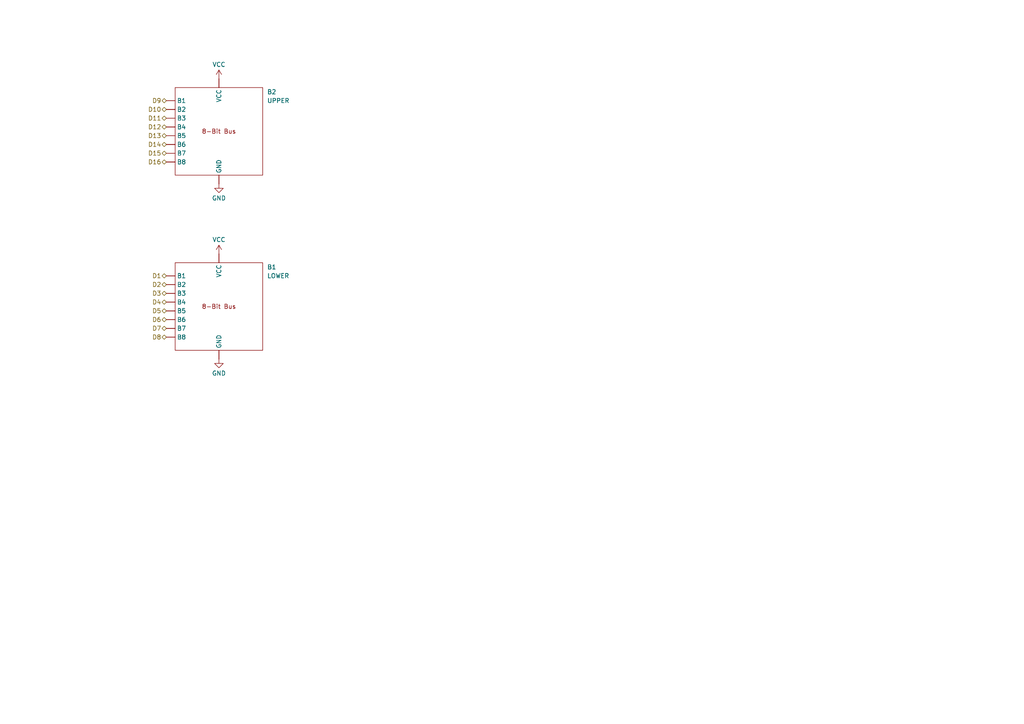
<source format=kicad_sch>
(kicad_sch (version 20230121) (generator eeschema)
  (paper "A4")
  (lib_symbols
    (symbol "MiniDragon:8-bit Bus"
      (property "Reference" "B" (at -12.7 13.97 0))
      (symbol "8-bit Bus_0_1"
        (rectangle (start -12.7 12.7) (end 12.7 -12.7))
      )
      (symbol "8-bit Bus_1_1"
        (text "8-Bit Bus" (at 0 0 0) (effects (font (size 1.27 1.27))))
        (pin bidirectional line (at -15.24 8.89 0) (length 2.54) (name "B1") (number ""))
        (pin bidirectional line (at -15.24 6.35 0) (length 2.54) (name "B2") (number ""))
        (pin bidirectional line (at -15.24 3.81 0) (length 2.54) (name "B3") (number ""))
        (pin bidirectional line (at -15.24 1.27 0) (length 2.54) (name "B4") (number ""))
        (pin bidirectional line (at -15.24 -1.27 0) (length 2.54) (name "B5") (number ""))
        (pin bidirectional line (at -15.24 -3.81 0) (length 2.54) (name "B6") (number ""))
        (pin bidirectional line (at -15.24 -6.35 0) (length 2.54) (name "B7") (number ""))
        (pin bidirectional line (at -15.24 -8.89 0) (length 2.54) (name "B8") (number ""))
        (pin power_in line (at 0 -15.24 90) (length 2.54) (name "GND") (number ""))
        (pin power_in line (at 0 15.24 270) (length 2.54) (name "VCC") (number ""))
      )
    )
    (symbol "power:GND" (power) (pin_names (offset 0))
      (property "Value" "GND" (at 0 -3.81 0))
      (symbol "GND_0_1"
        (polyline (pts (xy 0 0) (xy 0 -1.27) (xy 1.27 -1.27) (xy 0 -2.54) (xy -1.27 -1.27) (xy 0 -1.27)))
      )
      (symbol "GND_1_1"
        (pin power_in line (at 0 0 270) (length 0) hide (name "GND") (number "1"))
      )
    )
    (symbol "power:VCC" (power) (pin_names (offset 0))
      (property "Value" "VCC" (at 0 3.81 0))
      (symbol "VCC_0_1"
        (polyline (pts (xy -0.762 1.27) (xy 0 2.54)))
        (polyline (pts (xy 0 0) (xy 0 2.54)))
        (polyline (pts (xy 0 2.54) (xy 0.762 1.27)))
      )
      (symbol "VCC_1_1"
        (pin power_in line (at 0 0 90) (length 0) hide (name "VCC") (number "1"))
      )
    )
  )
  (hierarchical_label "D2" (shape bidirectional) (at 48.26 82.55 180))
  (hierarchical_label "D7" (shape bidirectional) (at 48.26 95.25 180))
  (hierarchical_label "D6" (shape bidirectional) (at 48.26 92.71 180))
  (hierarchical_label "D11" (shape bidirectional) (at 48.26 34.29 180))
  (hierarchical_label "D8" (shape bidirectional) (at 48.26 97.79 180))
  (hierarchical_label "D16" (shape bidirectional) (at 48.26 46.99 180))
  (hierarchical_label "D9" (shape bidirectional) (at 48.26 29.21 180))
  (hierarchical_label "D14" (shape bidirectional) (at 48.26 41.91 180))
  (hierarchical_label "D3" (shape bidirectional) (at 48.26 85.09 180))
  (hierarchical_label "D12" (shape bidirectional) (at 48.26 36.83 180))
  (hierarchical_label "D13" (shape bidirectional) (at 48.26 39.37 180))
  (hierarchical_label "D5" (shape bidirectional) (at 48.26 90.17 180))
  (hierarchical_label "D10" (shape bidirectional) (at 48.26 31.75 180))
  (hierarchical_label "D15" (shape bidirectional) (at 48.26 44.45 180))
  (hierarchical_label "D4" (shape bidirectional) (at 48.26 87.63 180))
  (hierarchical_label "D1" (shape bidirectional) (at 48.26 80.01 180))
  (symbol (lib_id "power:VCC") (at 63.5 22.86 0) (unit 1)
    (property "Reference" "#PWR01" (effects hide))
    (property "Value" "VCC" (at 63.5 18.7269 0))
  )
  (symbol (lib_id "MiniDragon:8-bit Bus") (at 63.5 38.1 0) (unit 1)
    (property "Reference" "B2" (at 77.47 26.67 0) (effects (justify left)))
    (property "Value" "UPPER" (at 77.47 29.21 0) (effects (justify left)))
  )
  (symbol (lib_id "power:VCC") (at 63.5 73.66 0) (unit 1)
    (property "Reference" "#PWR02" (effects hide))
    (property "Value" "VCC" (at 63.5 69.5269 0))
  )
  (symbol (lib_id "power:GND") (at 63.5 104.14 0) (unit 1)
    (property "Reference" "#PWR04" (effects hide))
    (property "Value" "GND" (at 63.5 108.2731 0))
  )
  (symbol (lib_id "power:GND") (at 63.5 53.34 0) (unit 1)
    (property "Reference" "#PWR03" (effects hide))
    (property "Value" "GND" (at 63.5 57.4731 0))
  )
  (symbol (lib_id "MiniDragon:8-bit Bus") (at 63.5 88.9 0) (unit 1)
    (property "Reference" "B1" (at 77.47 77.47 0) (effects (justify left)))
    (property "Value" "LOWER" (at 77.47 80.01 0) (effects (justify left)))
  )
)
</source>
